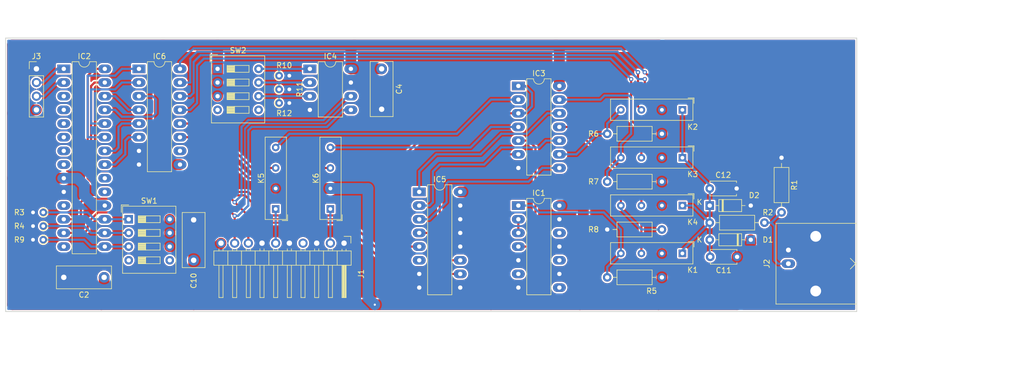
<source format=kicad_pcb>
(kicad_pcb (version 20211014) (generator pcbnew)
  (layers (0 "F.Cu" signal) (31 "B.Cu" signal) (35 "F.Paste" user) (37 "F.SilkS" user "F.Silkscreen") (38 "B.Mask" user) (39 "F.Mask" user) (44 "Edge.Cuts" user))
  (net 0 "")
  (net 1 "VCC")
  (net 2 "GND")
  (net 3 "/SDA")
  (net 4 "/SCL")
  (net 5 "Net-(J2-Pad1)")
  (net 6 "Net-(C11-Pad2)")
  (net 7 "Net-(IC1-Pad1)")
  (net 8 "Net-(IC1-Pad2)")
  (net 9 "Net-(IC3-Pad8)")
  (net 10 "Net-(IC3-Pad10)")
  (net 11 "Net-(IC3-Pad11)")
  (net 12 "Net-(IC3-Pad12)")
  (net 13 "Net-(IC3-Pad6)")
  (net 14 "Net-(IC3-Pad13)")
  (net 15 "Net-(IC6-Pad11)")
  (net 16 "Net-(IC6-Pad12)")
  (net 17 "Net-(IC6-Pad13)")
  (net 18 "Net-(IC6-Pad14)")
  (net 19 "Net-(IC6-Pad15)")
  (net 20 "Net-(IC6-Pad16)")
  (net 21 "Net-(IC3-Pad1)")
  (net 22 "Net-(IC3-Pad2)")
  (net 23 "Net-(IC3-Pad4)")
  (net 24 "/SEL_OPEN_EMMITTER")
  (net 25 "/SEL_OPEN_COLLECTOR")
  (net 26 "/SEL_CMOS")
  (net 27 "/SEL_TTL")
  (net 28 "Net-(IC2-Pad28)")
  (net 29 "Net-(IC2-Pad27)")
  (net 30 "Net-(IC2-Pad17)")
  (net 31 "Net-(IC2-Pad16)")
  (net 32 "Net-(IC2-Pad15)")
  (net 33 "Net-(IC3-Pad9)")
  (net 34 "Net-(IC1-Pad4)")
  (net 35 "/SEL_PERIOD")
  (net 36 "/SEL_FREQUENCY")
  (net 37 "Net-(IC4-Pad3)")
  (net 38 "Net-(IC4-Pad2)")
  (net 39 "Net-(IC4-Pad1)")
  (net 40 "/PERIOD")
  (net 41 "/FREQUENCY")
  (net 46 "/BUTTON")
  (net 47 "/LED")
  (footprint "Package_DIP:DIP-16_W7.62mm_LongPads" (layer "F.Cu") (at 120.015 71.755)
    (fp_text reference "IC5")
    (fp_text value "74HC151")
  )
  (footprint "Package_DIP:DIP-14_W7.62mm_LongPads" (layer "F.Cu") (at 138.43 74.295)
    (fp_text reference "IC1")
    (fp_text value "74LS14")
  )
  (footprint "Capacitor_THT:C_Disc_D4.7mm_W2.5mm_P5.00mm" (layer "F.Cu") (at 179.07 83.82 180)
    (fp_text reference "C11")
    (fp_text value "10pF")
  )
  (footprint "Capacitor_THT:C_Disc_D4.7mm_W2.5mm_P5.00mm" (layer "F.Cu") (at 173.99 71.12)
    (fp_text reference "C12")
    (fp_text value "10pF")
  )
  (footprint "Relay_THT:Relay_SPST_StandexMeder_MS_Form1AB" (layer "F.Cu") (at 168.91 56.515 180)
    (fp_text reference "K2")
    (fp_text value "UMS05-1A80-75D")
  )
  (footprint "Resistor_THT:R_Axial_DIN0207_L6.3mm_D2.5mm_P10.16mm_Horizontal" (layer "F.Cu") (at 154.94 60.96)
    (fp_text reference "R6")
    (fp_text value "10k")
  )
  (footprint "Relay_THT:Relay_SPST_StandexMeder_MS_Form1AB" (layer "F.Cu") (at 168.91 65.405 180)
    (fp_text reference "K3")
    (fp_text value "UMS05-1A80-75D")
  )
  (footprint "Resistor_THT:R_Axial_DIN0207_L6.3mm_D2.5mm_P10.16mm_Horizontal" (layer "F.Cu") (at 154.94 87.63)
    (fp_text reference "R5")
    (fp_text value "4,7k")
  )
  (footprint "Resistor_THT:R_Axial_DIN0207_L6.3mm_D2.5mm_P10.16mm_Horizontal" (layer "F.Cu") (at 154.94 78.74)
    (fp_text reference "R8")
    (fp_text value "4,7k")
  )
  (footprint "Resistor_THT:R_Axial_DIN0207_L6.3mm_D2.5mm_P10.16mm_Horizontal" (layer "F.Cu") (at 154.94 69.85)
    (fp_text reference "R7")
    (fp_text value "4,7k")
  )
  (footprint "Capacitor_THT:C_Rect_L10.0mm_W4.0mm_P7.50mm_FKS3_FKP3" (layer "F.Cu") (at 61.475 87.63 180)
    (fp_text reference "C2")
    (fp_text value "100nF")
  )
  (footprint "Relay_THT:Relay_SPST_StandexMeder_MS_Form1AB" (layer "F.Cu") (at 168.91 74.295 180)
    (fp_text reference "K4")
    (fp_text value "UMS05-1A80-75D")
  )
  (footprint "Relay_THT:Relay_SPST_StandexMeder_MS_Form1AB" (layer "F.Cu") (at 168.91 83.185 180)
    (fp_text reference "K1")
    (fp_text value "UMS05-1A80-75D")
  )
  (footprint "Resistor_THT:R_Axial_DIN0207_L6.3mm_D2.5mm_P10.16mm_Horizontal" (layer "F.Cu") (at 187.325 65.405 -90)
    (fp_text reference "R1")
    (fp_text value "1M")
  )
  (footprint "Resistor_THT:R_Axial_DIN0207_L6.3mm_D2.5mm_P10.16mm_Horizontal" (layer "F.Cu") (at 173.99 77.47)
    (fp_text reference "R2")
    (fp_text value "330")
  )
  (footprint "Diode_THT:D_DO-35_SOD27_P7.62mm_Horizontal" (layer "F.Cu") (at 173.99 74.295)
    (fp_text reference "D2")
    (fp_text value "BAT43")
  )
  (footprint "Diode_THT:D_DO-35_SOD27_P7.62mm_Horizontal" (layer "F.Cu") (at 181.61 80.645 180)
    (fp_text reference "D1")
    (fp_text value "BAT43")
  )
  (footprint "Package_DIP:DIP-14_W7.62mm_LongPads" (layer "F.Cu") (at 138.43 52.07)
    (fp_text reference "IC3")
    (fp_text value "74HC14")
  )
  (footprint "Package_DIP:DIP-28_W7.62mm_LongPads" (layer "F.Cu") (at 53.975 48.895)
    (fp_text reference "IC2")
    (fp_text value "MCP23017_SO")
  )
  (footprint "Connector_Coaxial:BNC_Amphenol_B6252HB-NPP3G-50_Horizontal" (layer "F.Cu") (at 188.595 85.09 -90)
    (fp_text reference "J2")
    (fp_text value "Conn_Coaxial")
  )
  (footprint "Capacitor_THT:C_Rect_L10.0mm_W4.0mm_P7.50mm_FKS3_FKP3" (layer "F.Cu") (at 78.105 84.455 90)
    (fp_text reference "C10")
    (fp_text value "100nF")
  )
  (footprint "Connector_PinHeader_2.54mm:PinHeader_1x10_P2.54mm_Horizontal" (layer "F.Cu") (at 106.045 81.28 -90)
    (fp_text reference "J1")
    (fp_text value "Conn_01x10_Male")
  )
  (footprint "Resistor_THT:R_Axial_DIN0204_L3.6mm_D1.6mm_P1.90mm_Vertical" (layer "F.Cu") (at 50.165 75.565 180)
    (fp_text reference "R3")
    (fp_text value "4,7k")
  )
  (footprint "Resistor_THT:R_Axial_DIN0204_L3.6mm_D1.6mm_P1.90mm_Vertical" (layer "F.Cu") (at 50.16 80.645 180)
    (fp_text reference "R9")
    (fp_text value "4,7k")
  )
  (footprint "Button_Switch_THT:SW_DIP_SPSTx04_Slide_9.78x12.34mm_W7.62mm_P2.54mm" (layer "F.Cu") (at 66.04 76.835)
    (fp_text reference "SW1")
    (fp_text value "SW_DIP_x04")
  )
  (footprint "Resistor_THT:R_Axial_DIN0204_L3.6mm_D1.6mm_P1.90mm_Vertical" (layer "F.Cu") (at 50.165 78.105 180)
    (fp_text reference "R4")
    (fp_text value "4,7k")
  )
  (footprint "Connector_PinHeader_2.54mm:PinHeader_1x04_P2.54mm_Vertical" (layer "F.Cu") (at 48.895 48.895)
    (fp_text reference "J3")
    (fp_text value "Conn_01x04_Male")
  )
  (footprint "Resistor_THT:R_Axial_DIN0204_L3.6mm_D1.6mm_P1.90mm_Vertical" (layer "F.Cu") (at 93.98 55.245)
    (fp_text reference "R12")
    (fp_text value "4,7k")
  )
  (footprint "Package_DIP:DIP-16_W7.62mm_LongPads" (layer "F.Cu") (at 67.945 48.895)
    (fp_text reference "IC6")
    (fp_text value "ULN2003")
  )
  (footprint "Relay_THT:Relay_SPST_StandexMeder_MS_Form1AB" (layer "F.Cu") (at 93.345 74.93 90)
    (fp_text reference "K5")
    (fp_text value "UMS05-1A80-75D")
  )
  (footprint "Relay_THT:Relay_SPST_StandexMeder_MS_Form1AB" (layer "F.Cu") (at 103.505 74.93 90)
    (fp_text reference "K6")
    (fp_text value "UMS05-1A80-75D")
  )
  (footprint "Package_DIP:DIP-8_W7.62mm_LongPads" (layer "F.Cu") (at 99.695 48.895)
    (fp_text reference "IC4")
    (fp_text value "24LC256")
  )
  (footprint "Resistor_THT:R_Axial_DIN0204_L3.6mm_D1.6mm_P1.90mm_Vertical" (layer "F.Cu") (at 93.98 50.165)
    (fp_text reference "R10")
    (fp_text value "4,7k")
  )
  (footprint "Button_Switch_THT:SW_DIP_SPSTx04_Slide_9.78x12.34mm_W7.62mm_P2.54mm" (layer "F.Cu") (at 82.55 48.895)
    (fp_text reference "SW2")
    (fp_text value "SW_DIP_x04")
  )
  (footprint "Capacitor_THT:C_Rect_L10.0mm_W4.0mm_P7.50mm_FKS3_FKP3" (layer "F.Cu") (at 113.03 48.895 -90)
    (fp_text reference "C4")
    (fp_text value "100nF")
  )
  (footprint "Resistor_THT:R_Axial_DIN0204_L3.6mm_D1.6mm_P1.90mm_Vertical" (layer "F.Cu") (at 93.98 52.705)
    (fp_text reference "R11")
    (fp_text value "4,7k")
  )
  (gr_line (start 43.18 93.98) (end 43.18 43.18) (layer "Edge.Cuts") (width 0.15))
  (gr_line (start 43.18 43.18) (end 201.295 43.18) (layer "Edge.Cuts") (width 0.15))
  (gr_line (start 201.295 93.98) (end 43.18 93.98) (layer "Edge.Cuts") (width 0.15))
  (gr_line (start 201.295 43.18) (end 201.295 93.98) (layer "Edge.Cuts") (width 0.15))
  (segment (start 133.35 92.71) (end 149.86 92.71) (width 2) (layer "F.Cu") (net 1))
  (segment (start 71.755 66.675) (end 71.755 45.085) (width 2) (layer "F.Cu") (net 1))
  (segment (start 61.475 92.195) (end 60.96 92.71) (width 2) (layer "F.Cu") (net 1))
  (segment (start 73.66 81.915) (end 73.66 79.375) (width 2) (layer "F.Cu") (net 1))
  (segment (start 150.495 74.295) (end 150.495 92.075) (width 2) (layer "F.Cu") (net 1))
  (segment (start 44.45 44.45) (end 72.39 44.45) (width 2) (layer "F.Cu") (net 1))
  (segment (start 113.03 48.895) (end 107.315 48.895) (width 2) (layer "F.Cu") (net 1))
  (segment (start 150.495 92.075) (end 149.86 92.71) (width 2) (layer "F.Cu") (net 1))
  (segment (start 145.415 44.45) (end 164.465 44.45) (width 2) (layer "F.Cu") (net 1))
  (segment (start 107.95 44.45) (end 145.415 44.45) (width 2) (layer "F.Cu") (net 1))
  (segment (start 72.39 44.45) (end 82.55 44.45) (width 2) (layer "F.Cu") (net 1))
  (segment (start 76.835 81.915) (end 73.66 81.915) (width 2) (layer "F.Cu") (net 1))
  (segment (start 71.755 45.085) (end 72.39 44.45) (width 2) (layer "F.Cu") (net 1))
  (segment (start 82.55 48.895) (end 82.55 44.45) (width 2) (layer "F.Cu") (net 1))
  (segment (start 165.1 69.85) (end 165.1 74.295) (width 2) (layer "F.Cu") (net 1))
  (segment (start 165.1 87.63) (end 165.1 83.185) (width 2) (layer "F.Cu") (net 1))
  (segment (start 82.55 51.435) (end 82.55 48.895) (width 2) (layer "F.Cu") (net 1))
  (segment (start 44.45 57.15) (end 44.45 44.45) (width 2) (layer "F.Cu") (net 1))
  (segment (start 164.465 92.71) (end 179.07 92.71) (width 2) (layer "F.Cu") (net 1))
  (segment (start 146.05 74.295) (end 150.495 74.295) (width 2) (layer "F.Cu") (net 1))
  (segment (start 107.315 45.085) (end 107.95 44.45) (width 2) (layer "F.Cu") (net 1))
  (segment (start 80.01 84.455) (end 83.185 81.28) (width 2) (layer "F.Cu") (net 1))
  (segment (start 132.715 71.755) (end 132.715 92.075) (width 2) (layer "F.Cu") (net 1))
  (segment (start 78.105 92.71) (end 60.96 92.71) (width 2) (layer "F.Cu") (net 1))
  (segment (start 111.76 92.71) (end 133.35 92.71) (width 2) (layer "F.Cu") (net 1))
  (segment (start 82.55 44.45) (end 107.95 44.45) (width 2) (layer "F.Cu") (net 1))
  (segment (start 165.1 60.96) (end 165.1 56.515) (width 2) (layer "F.Cu") (net 1))
  (segment (start 127.635 71.755) (end 132.715 71.755) (width 2) (layer "F.Cu") (net 1))
  (segment (start 78.105 92.71) (end 111.76 92.71) (width 2) (layer "F.Cu") (net 1))
  (segment (start 165.1 92.075) (end 164.465 92.71) (width 2) (layer "F.Cu") (net 1))
  (segment (start 82.55 53.975) (end 82.55 51.435) (width 2) (layer "F.Cu") (net 1))
  (segment (start 132.715 92.075) (end 133.35 92.71) (width 2) (layer "F.Cu") (net 1))
  (segment (start 165.1 69.85) (end 165.1 65.405) (width 2) (layer "F.Cu") (net 1))
  (segment (start 60.96 92.71) (end 44.45 92.71) (width 2) (layer "F.Cu") (net 1))
  (segment (start 165.1 65.405) (end 165.1 60.96) (width 2) (layer "F.Cu") (net 1))
  (segment (start 165.1 56.515) (end 165.1 45.085) (width 2) (layer "F.Cu") (net 1))
  (segment (start 48.895 56.515) (end 45.085 56.515) (width 2) (layer "F.Cu") (net 1))
  (segment (start 78.105 84.455) (end 78.105 83.185) (width 2) (layer "F.Cu") (net 1))
  (segment (start 45.085 56.515) (end 44.45 57.15) (width 2) (layer "F.Cu") (net 1))
  (segment (start 146.05 45.085) (end 145.415 44.45) (width 2) (layer "F.Cu") (net 1))
  (segment (start 44.45 92.71) (end 44.45 69.215) (width 2) (layer "F.Cu") (net 1))
  (segment (start 53.975 69.215) (end 44.45 69.215) (width 2) (layer "F.Cu") (net 1))
  (segment (start 75.565 66.675) (end 71.755 66.675) (width 2) (layer "F.Cu") (net 1))
  (segment (start 78.105 84.455) (end 80.01 84.455) (width 2) (layer "F.Cu") (net 1))
  (segment (start 107.315 48.895) (end 107.315 45.085) (width 2) (layer "F.Cu") (net 1))
  (segment (start 61.475 87.63) (end 61.475 92.195) (width 2) (layer "F.Cu") (net 1))
  (segment (start 44.45 69.215) (end 44.45 57.15) (width 2) (layer "F.Cu") (net 1))
  (segment (start 93.345 71.12) (end 103.505 71.12) (width 2) (layer "F.Cu") (net 1))
  (segment (start 146.05 52.07) (end 146.05 45.085) (width 2) (layer "F.Cu") (net 1))
  (segment (start 78.105 83.185) (end 76.835 81.915) (width 2) (layer "F.Cu") (net 1))
  (segment (start 179.07 92.71) (end 179.07 83.82) (width 2) (layer "F.Cu") (net 1))
  (segment (start 78.105 84.455) (end 78.105 92.71) (width 2) (layer "F.Cu") (net 1))
  (segment (start 165.1 87.63) (end 165.1 92.075) (width 2) (layer "F.Cu") (net 1))
  (segment (start 149.86 92.71) (end 164.465 92.71) (width 2) (layer "F.Cu") (net 1))
  (segment (start 181.61 81.28) (end 179.07 83.82) (width 2) (layer "F.Cu") (net 1))
  (segment (start 73.66 79.375) (end 73.66 76.835) (width 2) (layer "F.Cu") (net 1))
  (segment (start 165.1 45.085) (end 164.465 44.45) (width 2) (layer "F.Cu") (net 1))
  (segment (start 181.61 80.645) (end 181.61 81.28) (width 2) (layer "F.Cu") (net 1))
  (via (at 111.76 92.71) (size 0.8) (drill 0.4) (layers "F.Cu" "B.Cu") (net 1))
  (segment (start 61.595 74.295) (end 59.69 74.295) (width 2) (layer "B.Cu") (net 1))
  (segment (start 57.785 70.485) (end 56.515 69.215) (width 2) (layer "B.Cu") (net 1))
  (segment (start 103.505 71.12) (end 110.49 71.12) (width 2) (layer "B.Cu") (net 1))
  (segment (start 59.69 74.295) (end 57.785 72.39) (width 2) (layer "B.Cu") (net 1))
  (segment (start 56.515 69.215) (end 53.975 69.215) (width 2) (layer "B.Cu") (net 1))
  (segment (start 57.785 72.39) (end 57.785 70.485) (width 2) (layer "B.Cu") (net 1))
  (segment (start 110.49 91.44) (end 111.76 92.71) (width 2) (layer "B.Cu") (net 1))
  (segment (start 103.505 71.12) (end 109.22 71.12) (width 2) (layer "B.Cu") (net 1))
  (segment (start 110.49 71.12) (end 110.49 91.44) (width 2) (layer "B.Cu") (net 1))
  (segment (start 95.88 50.165) (end 95.88 52.705) (width 1) (layer "F.Cu") (net 2))
  (segment (start 95.88 52.705) (end 95.88 55.245) (width 1) (layer "F.Cu") (net 2))
  (segment (start 58.42 77.47) (end 58.42 78.74) (width 0.4) (layer "F.Cu") (net 3))
  (segment (start 60.325 75.565) (end 58.42 77.47) (width 0.4) (layer "F.Cu") (net 3))
  (segment (start 64.135 75.565) (end 60.325 75.565) (width 0.4) (layer "F.Cu") (net 3))
  (segment (start 66.04 73.66) (end 64.135 75.565) (width 0.4) (layer "F.Cu") (net 3))
  (segment (start 57.785 79.375) (end 53.975 79.375) (width 0.4) (layer "F.Cu") (net 3))
  (segment (start 83.185 73.66) (end 66.04 73.66) (width 0.4) (layer "F.Cu") (net 3))
  (segment (start 85.725 76.2) (end 83.185 73.66) (width 0.4) (layer "F.Cu") (net 3))
  (segment (start 85.725 81.28) (end 85.725 76.2) (width 0.4) (layer "F.Cu") (net 3))
  (segment (start 58.42 78.74) (end 57.785 79.375) (width 0.4) (layer "F.Cu") (net 3))
  (via (at 85.725 76.2) (size 0.8) (drill 0.4) (layers "F.Cu" "B.Cu") (net 3))
  (segment (start 102.87 59.69) (end 106.045 56.515) (width 0.4) (layer "B.Cu") (net 3))
  (segment (start 86.36 76.2) (end 88.265 74.295) (width 0.4) (layer "B.Cu") (net 3))
  (segment (start 88.9 59.69) (end 102.87 59.69) (width 0.4) (layer "B.Cu") (net 3))
  (segment (start 106.045 56.515) (end 107.315 56.515) (width 0.4) (layer "B.Cu") (net 3))
  (segment (start 88.265 60.325) (end 88.9 59.69) (width 0.4) (layer "B.Cu") (net 3))
  (segment (start 85.725 76.2) (end 86.36 76.2) (width 0.4) (layer "B.Cu") (net 3))
  (segment (start 88.265 74.295) (end 88.265 60.325) (width 0.4) (layer "B.Cu") (net 3))
  (segment (start 85.725 73.66) (end 88.265 76.2) (width 0.4) (layer "F.Cu") (net 4))
  (segment (start 88.265 76.2) (end 88.265 81.28) (width 0.4) (layer "F.Cu") (net 4))
  (segment (start 56.515 76.835) (end 53.975 76.835) (width 0.4) (layer "F.Cu") (net 4))
  (segment (start 57.15 76.2) (end 56.515 76.835) (width 0.4) (layer "F.Cu") (net 4))
  (segment (start 85.09 73.025) (end 57.785 73.025) (width 0.4) (layer "F.Cu") (net 4))
  (segment (start 57.785 73.025) (end 57.15 73.66) (width 0.4) (layer "F.Cu") (net 4))
  (segment (start 85.725 73.66) (end 85.09 73.025) (width 0.4) (layer "F.Cu") (net 4))
  (segment (start 57.15 73.66) (end 57.15 76.2) (width 0.4) (layer "F.Cu") (net 4))
  (via (at 85.725 73.66) (size 0.8) (drill 0.4) (layers "F.Cu" "B.Cu") (net 4))
  (segment (start 106.68 53.975) (end 107.315 53.975) (width 0.4) (layer "B.Cu") (net 4))
  (segment (start 85.725 73.66) (end 86.995 72.39) (width 0.4) (layer "B.Cu") (net 4))
  (segment (start 86.995 72.39) (end 86.995 59.69) (width 0.4) (layer "B.Cu") (net 4))
  (segment (start 102.235 58.42) (end 106.68 53.975) (width 0.4) (layer "B.Cu") (net 4))
  (segment (start 88.265 58.42) (end 102.235 58.42) (width 0.4) (layer "B.Cu") (net 4))
  (segment (start 86.995 59.69) (end 88.265 58.42) (width 0.4) (layer "B.Cu") (net 4))
  (segment (start 186.055 78.105) (end 185.42 77.47) (width 0.4) (layer "B.Cu") (net 5))
  (segment (start 186.055 84.455) (end 186.055 78.105) (width 0.4) (layer "B.Cu") (net 5))
  (segment (start 185.42 77.47) (end 187.325 75.565) (width 0.4) (layer "B.Cu") (net 5))
  (segment (start 184.15 77.47) (end 185.42 77.47) (width 0.4) (layer "B.Cu") (net 5))
  (segment (start 188.595 85.09) (end 186.69 85.09) (width 0.4) (layer "B.Cu") (net 5))
  (segment (start 186.69 85.09) (end 186.055 84.455) (width 0.4) (layer "B.Cu") (net 5))
  (segment (start 173.99 70.485) (end 168.91 65.405) (width 0.4) (layer "B.Cu") (net 6))
  (segment (start 173.99 71.12) (end 173.99 70.485) (width 0.4) (layer "B.Cu") (net 6))
  (segment (start 168.91 56.515) (end 168.91 65.405) (width 0.4) (layer "B.Cu") (net 6))
  (segment (start 173.99 80.645) (end 173.99 83.74) (width 0.4) (layer "B.Cu") (net 6))
  (segment (start 173.99 83.74) (end 174.07 83.82) (width 0.4) (layer "B.Cu") (net 6))
  (segment (start 173.99 77.47) (end 173.99 80.645) (width 0.4) (layer "B.Cu") (net 6))
  (segment (start 173.99 71.12) (end 173.99 74.295) (width 0.4) (layer "B.Cu") (net 6))
  (segment (start 173.99 74.295) (end 173.99 77.47) (width 0.4) (layer "B.Cu") (net 6))
  (segment (start 170.815 74.295) (end 173.99 77.47) (width 0.4) (layer "B.Cu") (net 6))
  (segment (start 168.91 74.295) (end 170.815 74.295) (width 0.4) (layer "B.Cu") (net 6))
  (segment (start 168.91 82.55) (end 173.99 77.47) (width 0.4) (layer "B.Cu") (net 6))
  (segment (start 168.91 83.185) (end 168.91 82.55) (width 0.4) (layer "B.Cu") (net 6))
  (segment (start 154.94 85.725) (end 157.48 83.185) (width 0.4) (layer "B.Cu") (net 7))
  (segment (start 154.94 87.63) (end 154.94 85.725) (width 0.4) (layer "B.Cu") (net 7))
  (segment (start 149.225 75.565) (end 154.305 75.565) (width 0.4) (layer "B.Cu") (net 7))
  (segment (start 149.225 75.565) (end 142.24 75.565) (width 0.4) (layer "B.Cu") (net 7))
  (segment (start 140.97 74.295) (end 138.43 74.295) (width 0.4) (layer "B.Cu") (net 7))
  (segment (start 142.24 75.565) (end 140.97 74.295) (width 0.4) (layer "B.Cu") (net 7))
  (segment (start 157.48 83.185) (end 157.48 78.74) (width 0.4) (layer "B.Cu") (net 7))
  (segment (start 157.48 78.74) (end 154.94 76.2) (width 0.4) (layer "B.Cu") (net 7))
  (segment (start 154.94 76.2) (end 154.305 75.565) (width 0.4) (layer "B.Cu") (net 7))
  (segment (start 138.43 76.835) (end 138.43 79.375) (width 0.4) (layer "F.Cu") (net 8))
  (segment (start 125.4125 69.85) (end 125.095 70.1675) (width 0.4) (layer "B.Cu") (net 9))
  (segment (start 125.095 73.66) (end 121.92 76.835) (width 0.4) (layer "B.Cu") (net 9))
  (segment (start 140.335 69.85) (end 125.4125 69.85) (width 0.4) (layer "B.Cu") (net 9))
  (segment (start 142.875 67.31) (end 140.335 69.85) (width 0.4) (layer "B.Cu") (net 9))
  (segment (start 125.095 70.1675) (end 125.095 73.66) (width 0.4) (layer "B.Cu") (net 9))
  (segment (start 146.05 67.31) (end 142.875 67.31) (width 0.4) (layer "B.Cu") (net 9))
  (segment (start 121.92 76.835) (end 120.015 76.835) (width 0.4) (layer "B.Cu") (net 9))
  (segment (start 121.92 74.295) (end 120.015 74.295) (width 0.4) (layer "B.Cu") (net 10))
  (segment (start 122.555 67.945) (end 122.555 73.66) (width 0.4) (layer "B.Cu") (net 10))
  (segment (start 142.24 63.5) (end 135.255 63.5) (width 0.4) (layer "B.Cu") (net 10))
  (segment (start 146.05 62.23) (end 143.51 62.23) (width 0.4) (layer "B.Cu") (net 10))
  (segment (start 122.555 73.66) (end 121.92 74.295) (width 0.4) (layer "B.Cu") (net 10))
  (segment (start 135.255 63.5) (end 132.08 66.675) (width 0.4) (layer "B.Cu") (net 10))
  (segment (start 123.825 66.675) (end 122.555 67.945) (width 0.4) (layer "B.Cu") (net 10))
  (segment (start 143.51 62.23) (end 142.24 63.5) (width 0.4) (layer "B.Cu") (net 10))
  (segment (start 132.08 66.675) (end 123.825 66.675) (width 0.4) (layer "B.Cu") (net 10))
  (segment (start 146.05 59.69) (end 148.59 59.69) (width 0.4) (layer "F.Cu") (net 11))
  (segment (start 148.59 59.69) (end 157.48 68.58) (width 0.4) (layer "F.Cu") (net 11))
  (segment (start 157.48 68.58) (end 157.48 74.295) (width 0.4) (layer "F.Cu") (net 11))
  (segment (start 157.48 74.93) (end 157.48 74.295) (width 0.4) (layer "B.Cu") (net 11))
  (segment (start 161.29 78.74) (end 157.48 74.93) (width 0.4) (layer "B.Cu") (net 11))
  (segment (start 165.1 78.74) (end 161.29 78.74) (width 0.4) (layer "B.Cu") (net 11))
  (segment (start 131.445 64.77) (end 135.255 60.96) (width 0.4) (layer "B.Cu") (net 12))
  (segment (start 135.255 60.96) (end 140.0175 60.96) (width 0.4) (layer "B.Cu") (net 12))
  (segment (start 143.8275 57.15) (end 146.05 57.15) (width 0.4) (layer "B.Cu") (net 12))
  (segment (start 120.015 67.945) (end 123.19 64.77) (width 0.4) (layer "B.Cu") (net 12))
  (segment (start 140.0175 60.96) (end 143.8275 57.15) (width 0.4) (layer "B.Cu") (net 12))
  (segment (start 120.015 71.755) (end 120.015 67.945) (width 0.4) (layer "B.Cu") (net 12))
  (segment (start 123.19 64.77) (end 131.445 64.77) (width 0.4) (layer "B.Cu") (net 12))
  (segment (start 136.525 64.77) (end 133.35 67.945) (width 0.4) (layer "F.Cu") (net 13))
  (segment (start 138.43 64.77) (end 136.525 64.77) (width 0.4) (layer "F.Cu") (net 13))
  (segment (start 125.095 67.945) (end 123.825 69.215) (width 0.4) (layer "F.Cu") (net 13))
  (segment (start 133.35 67.945) (end 125.095 67.945) (width 0.4) (layer "F.Cu") (net 13))
  (segment (start 123.825 77.47) (end 121.92 79.375) (width 0.4) (layer "F.Cu") (net 13))
  (segment (start 121.92 79.375) (end 120.015 79.375) (width 0.4) (layer "F.Cu") (net 13))
  (segment (start 123.825 69.215) (end 123.825 77.47) (width 0.4) (layer "F.Cu") (net 13))
  (segment (start 154.94 69.85) (end 154.94 67.945) (width 0.4) (layer "B.Cu") (net 14))
  (segment (start 154.94 67.945) (end 157.48 65.405) (width 0.4) (layer "B.Cu") (net 14))
  (segment (start 159.385 54.229) (end 159.004 53.848) (width 0.4) (layer "B.Cu") (net 14))
  (segment (start 154.432 53.848) (end 153.67 54.61) (width 0.4) (layer "B.Cu") (net 14))
  (segment (start 151.765 54.61) (end 146.05 54.61) (width 0.4) (layer "B.Cu") (net 14))
  (segment (start 157.48 65.405) (end 157.48 62.865) (width 0.4) (layer "B.Cu") (net 14))
  (segment (start 159.385 60.96) (end 159.385 54.229) (width 0.4) (layer "B.Cu") (net 14))
  (segment (start 157.48 62.865) (end 159.385 60.96) (width 0.4) (layer "B.Cu") (net 14))
  (segment (start 159.004 53.848) (end 154.432 53.848) (width 0.4) (layer "B.Cu") (net 14))
  (segment (start 153.67 54.61) (end 151.765 54.61) (width 0.4) (layer "B.Cu") (net 14))
  (segment (start 103.505 67.31) (end 99.695 67.31) (width 0.4) (layer "F.Cu") (net 15))
  (segment (start 88.265 69.215) (end 80.645 61.595) (width 0.4) (layer "F.Cu") (net 15))
  (segment (start 99.695 67.31) (end 97.79 69.215) (width 0.4) (layer "F.Cu") (net 15))
  (segment (start 97.79 69.215) (end 88.265 69.215) (width 0.4) (layer "F.Cu") (net 15))
  (segment (start 80.645 61.595) (end 75.565 61.595) (width 0.4) (layer "F.Cu") (net 15))
  (segment (start 88.9 67.31) (end 80.645 59.055) (width 0.4) (layer "F.Cu") (net 16))
  (segment (start 80.645 59.055) (end 75.565 59.055) (width 0.4) (layer "F.Cu") (net 16))
  (segment (start 93.345 67.31) (end 88.9 67.31) (width 0.4) (layer "F.Cu") (net 16))
  (segment (start 161.29 60.325) (end 161.29 65.405) (width 0.4) (layer "F.Cu") (net 17))
  (segment (start 159.385 58.42) (end 161.29 60.325) (width 0.4) (layer "F.Cu") (net 17))
  (segment (start 159.385 50.8) (end 159.385 58.42) (width 0.4) (layer "F.Cu") (net 17))
  (via (at 159.385 50.8) (size 0.8) (drill 0.4) (layers "F.Cu" "B.Cu") (net 17))
  (segment (start 80.01 46.99) (end 78.74 48.26) (width 0.4) (layer "B.Cu") (net 17))
  (segment (start 78.74 55.245) (end 77.47 56.515) (width 0.4) (layer "B.Cu") (net 17))
  (segment (start 159.385 50.8) (end 155.575 46.99) (width 0.4) (layer "B.Cu") (net 17))
  (segment (start 78.74 48.26) (end 78.74 55.245) (width 0.4) (layer "B.Cu") (net 17))
  (segment (start 155.575 46.99) (end 80.01 46.99) (width 0.4) (layer "B.Cu") (net 17))
  (segment (start 77.47 56.515) (end 75.565 56.515) (width 0.4) (layer "B.Cu") (net 17))
  (segment (start 161.925 53.975) (end 162.56 54.61) (width 0.4) (layer "F.Cu") (net 18))
  (segment (start 161.925 50.8) (end 161.925 53.975) (width 0.4) (layer "F.Cu") (net 18))
  (segment (start 161.29 68.58) (end 161.29 74.295) (width 0.4) (layer "F.Cu") (net 18))
  (segment (start 162.56 67.31) (end 161.29 68.58) (width 0.4) (layer "F.Cu") (net 18))
  (segment (start 162.56 54.61) (end 162.56 67.31) (width 0.4) (layer "F.Cu") (net 18))
  (via (at 161.925 50.8) (size 0.8) (drill 0.4) (layers "F.Cu" "B.Cu") (net 18))
  (segment (start 79.375 46.355) (end 78.105 47.625) (width 0.4) (layer "B.Cu") (net 18))
  (segment (start 160.655 50.8) (end 156.21 46.355) (width 0.4) (layer "B.Cu") (net 18))
  (segment (start 78.105 53.34) (end 77.47 53.975) (width 0.4) (layer "B.Cu") (net 18))
  (segment (start 161.925 50.8) (end 160.655 50.8) (width 0.4) (layer "B.Cu") (net 18))
  (segment (start 77.47 53.975) (end 75.565 53.975) (width 0.4) (layer "B.Cu") (net 18))
  (segment (start 156.21 46.355) (end 79.375 46.355) (width 0.4) (layer "B.Cu") (net 18))
  (segment (start 78.105 47.625) (end 78.105 53.34) (width 0.4) (layer "B.Cu") (net 18))
  (segment (start 160.655 49.53) (end 160.655 55.88) (width 0.4) (layer "F.Cu") (net 19))
  (segment (start 160.655 55.88) (end 161.29 56.515) (width 0.4) (layer "F.Cu") (net 19))
  (via (at 160.655 49.53) (size 0.8) (drill 0.4) (layers "F.Cu" "B.Cu") (net 19))
  (segment (start 77.47 46.99) (end 77.47 51.435) (width 0.4) (layer "B.Cu") (net 19))
  (segment (start 156.845 45.72) (end 78.74 45.72) (width 0.4) (layer "B.Cu") (net 19))
  (segment (start 77.47 51.435) (end 75.565 51.435) (width 0.4) (layer "B.Cu") (net 19))
  (segment (start 78.74 45.72) (end 77.47 46.99) (width 0.4) (layer "B.Cu") (net 19))
  (segment (start 160.655 49.53) (end 156.845 45.72) (width 0.4) (layer "B.Cu") (net 19))
  (segment (start 161.29 76.2) (end 161.29 83.185) (width 0.4) (layer "F.Cu") (net 20))
  (segment (start 161.925 49.53) (end 163.195 50.8) (width 0.4) (layer "F.Cu") (net 20))
  (segment (start 163.195 50.8) (end 163.195 74.295) (width 0.4) (layer "F.Cu") (net 20))
  (segment (start 163.195 74.295) (end 161.29 76.2) (width 0.4) (layer "F.Cu") (net 20))
  (via (at 161.925 49.53) (size 0.8) (drill 0.4) (layers "F.Cu" "B.Cu") (net 20))
  (segment (start 78.105 45.085) (end 75.565 47.625) (width 0.4) (layer "B.Cu") (net 20))
  (segment (start 161.925 49.53) (end 157.48 45.085) (width 0.4) (layer "B.Cu") (net 20))
  (segment (start 75.565 47.625) (end 75.565 48.895) (width 0.4) (layer "B.Cu") (net 20))
  (segment (start 157.48 45.085) (end 78.105 45.085) (width 0.4) (layer "B.Cu") (net 20))
  (segment (start 116.84 80.34) (end 118.415 81.915) (width 0.4) (layer "F.Cu") (net 21))
  (segment (start 118.415 81.915) (end 120.015 81.915) (width 0.4) (layer "F.Cu") (net 21))
  (segment (start 138.43 57.15) (end 133.50875 57.15) (width 0.4) (layer "F.Cu") (net 21))
  (segment (start 128.42875 62.23) (end 120.015 62.23) (width 0.4) (layer "F.Cu") (net 21))
  (segment (start 133.50875 57.15) (end 128.42875 62.23) (width 0.4) (layer "F.Cu") (net 21))
  (segment (start 116.84 65.405) (end 116.84 80.34) (width 0.4) (layer "F.Cu") (net 21))
  (segment (start 120.015 62.23) (end 116.84 65.405) (width 0.4) (layer "F.Cu") (net 21))
  (segment (start 140.97 55.88) (end 140.97 53.34) (width 0.4) (layer "B.Cu") (net 21))
  (segment (start 140.97 53.34) (end 139.7 52.07) (width 0.4) (layer "B.Cu") (net 21))
  (segment (start 139.7 52.07) (end 138.43 52.07) (width 0.4) (layer "B.Cu") (net 21))
  (segment (start 138.43 57.15) (end 139.7 57.15) (width 0.4) (layer "B.Cu") (net 21))
  (segment (start 139.7 57.15) (end 140.97 55.88) (width 0.4) (layer "B.Cu") (net 21))
  (segment (start 95.885 60.96) (end 93.345 63.5) (width 0.4) (layer "B.Cu") (net 22))
  (segment (start 127 60.96) (end 95.885 60.96) (width 0.4) (layer "B.Cu") (net 22))
  (segment (start 138.43 54.61) (end 133.35 54.61) (width 0.4) (layer "B.Cu") (net 22))
  (segment (start 133.35 54.61) (end 127 60.96) (width 0.4) (layer "B.Cu") (net 22))
  (segment (start 133.35 59.69) (end 129.54 63.5) (width 0.4) (layer "B.Cu") (net 23))
  (segment (start 138.43 59.69) (end 133.35 59.69) (width 0.4) (layer "B.Cu") (net 23))
  (segment (start 129.54 63.5) (end 103.505 63.5) (width 0.4) (layer "B.Cu") (net 23))
  (segment (start 70.485 53.975) (end 67.945 53.975) (width 0.4) (layer "B.Cu") (net 24))
  (segment (start 70.485 57.785) (end 71.12 57.15) (width 0.4) (layer "B.Cu") (net 24))
  (segment (start 61.595 56.515) (end 63.5 56.515) (width 0.4) (layer "B.Cu") (net 24))
  (segment (start 71.12 54.61) (end 70.485 53.975) (width 0.4) (layer "B.Cu") (net 24))
  (segment (start 71.12 57.15) (end 71.12 54.61) (width 0.4) (layer "B.Cu") (net 24))
  (segment (start 63.5 56.515) (end 64.77 57.785) (width 0.4) (layer "B.Cu") (net 24))
  (segment (start 64.77 57.785) (end 70.485 57.785) (width 0.4) (layer "B.Cu") (net 24))
  (segment (start 66.04 56.515) (end 63.5 53.975) (width 0.4) (layer "B.Cu") (net 25))
  (segment (start 63.5 53.975) (end 61.595 53.975) (width 0.4) (layer "B.Cu") (net 25))
  (segment (start 66.04 56.515) (end 67.945 56.515) (width 0.4) (layer "B.Cu") (net 25))
  (segment (start 64.77 51.435) (end 67.945 51.435) (width 0.4) (layer "B.Cu") (net 26))
  (segment (start 61.595 59.055) (end 59.055 59.055) (width 0.4) (layer "B.Cu") (net 26))
  (segment (start 59.055 59.055) (end 59.055 52.705) (width 0.4) (layer "B.Cu") (net 26))
  (segment (start 63.5 52.705) (end 64.77 51.435) (width 0.4) (layer "B.Cu") (net 26))
  (segment (start 59.055 52.705) (end 63.5 52.705) (width 0.4) (layer "B.Cu") (net 26))
  (segment (start 63.5 50.165) (end 64.77 48.895) (width 0.4) (layer "B.Cu") (net 27))
  (segment (start 58.42 61.595) (end 58.42 50.165) (width 0.4) (layer "B.Cu") (net 27))
  (segment (start 58.42 50.165) (end 63.5 50.165) (width 0.4) (layer "B.Cu") (net 27))
  (segment (start 64.77 48.895) (end 67.945 48.895) (width 0.4) (layer "B.Cu") (net 27))
  (segment (start 61.595 61.595) (end 58.42 61.595) (width 0.4) (layer "B.Cu") (net 27))
  (segment (start 124.46 88.265) (end 116.84 88.265) (width 0.4) (layer "F.Cu") (net 28))
  (segment (start 88.9 73.66) (end 87.63 72.39) (width 0.4) (layer "F.Cu") (net 28))
  (segment (start 88.9 75.565) (end 88.9 73.66) (width 0.4) (layer "F.Cu") (net 28))
  (segment (start 59.69 48.895) (end 61.595 48.895) (width 0.4) (layer "F.Cu") (net 28))
  (segment (start 63.5 70.485) (end 59.69 70.485) (width 0.4) (layer "F.Cu") (net 28))
  (segment (start 106.045 77.47) (end 90.805 77.47) (width 0.4) (layer "F.Cu") (net 28))
  (segment (start 125.73 86.995) (end 124.46 88.265) (width 0.4) (layer "F.Cu") (net 28))
  (segment (start 90.805 77.47) (end 88.9 75.565) (width 0.4) (layer "F.Cu") (net 28))
  (segment (start 116.84 88.265) (end 106.045 77.47) (width 0.4) (layer "F.Cu") (net 28))
  (segment (start 87.63 72.39) (end 65.405 72.39) (width 0.4) (layer "F.Cu") (net 28))
  (segment (start 127.635 86.995) (end 125.73 86.995) (width 0.4) (layer "F.Cu") (net 28))
  (segment (start 58.42 50.165) (end 59.69 48.895) (width 0.4) (layer "F.Cu") (net 28))
  (segment (start 58.42 69.215) (end 58.42 50.165) (width 0.4) (layer "F.Cu") (net 28))
  (segment (start 65.405 72.39) (end 63.5 70.485) (width 0.4) (layer "F.Cu") (net 28))
  (segment (start 59.69 70.485) (end 58.42 69.215) (width 0.4) (layer "F.Cu") (net 28))
  (segment (start 91.44 76.835) (end 89.535 74.93) (width 0.4) (layer "F.Cu") (net 29))
  (segment (start 67.31 71.755) (end 63.5 67.945) (width 0.4) (layer "F.Cu") (net 29))
  (segment (start 59.69 51.435) (end 61.595 51.435) (width 0.4) (layer "F.Cu") (net 29))
  (segment (start 115.57 85.725) (end 106.68 76.835) (width 0.4) (layer "F.Cu") (net 29))
  (segment (start 89.535 74.93) (end 89.535 73.025) (width 0.4) (layer "F.Cu") (net 29))
  (segment (start 125.73 84.455) (end 124.46 85.725) (width 0.4) (layer "F.Cu") (net 29))
  (segment (start 59.055 67.31) (end 59.055 52.07) (width 0.4) (layer "F.Cu") (net 29))
  (segment (start 88.265 71.755) (end 67.31 71.755) (width 0.4) (layer "F.Cu") (net 29))
  (segment (start 59.69 67.945) (end 59.055 67.31) (width 0.4) (layer "F.Cu") (net 29))
  (segment (start 63.5 67.945) (end 59.69 67.945) (width 0.4) (layer "F.Cu") (net 29))
  (segment (start 124.46 85.725) (end 115.57 85.725) (width 0.4) (layer "F.Cu") (net 29))
  (segment (start 127.635 84.455) (end 125.73 84.455) (width 0.4) (layer "F.Cu") (net 29))
  (segment (start 59.055 52.07) (end 59.69 51.435) (width 0.4) (layer "F.Cu") (net 29))
  (segment (start 106.68 76.835) (end 91.44 76.835) (width 0.4) (layer "F.Cu") (net 29))
  (segment (start 89.535 73.025) (end 88.265 71.755) (width 0.4) (layer "F.Cu") (net 29))
  (segment (start 58.42 75.565) (end 50.165 75.565) (width 0.4) (layer "B.Cu") (net 30))
  (segment (start 61.595 76.835) (end 59.69 76.835) (width 0.4) (layer "B.Cu") (net 30))
  (segment (start 66.04 76.835) (end 61.595 76.835) (width 0.4) (layer "B.Cu") (net 30))
  (segment (start 59.69 76.835) (end 58.42 75.565) (width 0.4) (layer "B.Cu") (net 30))
  (segment (start 59.055 79.375) (end 57.785 78.105) (width 0.4) (layer "B.Cu") (net 31))
  (segment (start 66.04 79.375) (end 61.595 79.375) (width 0.4) (layer "B.Cu") (net 31))
  (segment (start 57.785 78.105) (end 50.165 78.105) (width 0.4) (layer "B.Cu") (net 31))
  (segment (start 61.595 79.375) (end 59.055 79.375) (width 0.4) (layer "B.Cu") (net 31))
  (segment (start 57.785 80.645) (end 50.16 80.645) (width 0.4) (layer "B.Cu") (net 32))
  (segment (start 61.595 81.915) (end 59.055 81.915) (width 0.4) (layer "B.Cu") (net 32))
  (segment (start 59.055 81.915) (end 57.785 80.645) (width 0.4) (layer "B.Cu") (net 32))
  (segment (start 66.04 81.915) (end 61.595 81.915) (width 0.4) (layer "B.Cu") (net 32))
  (segment (start 154.94 60.96) (end 154.94 59.055) (width 0.4) (layer "B.Cu") (net 33))
  (segment (start 154.94 59.055) (end 157.48 56.515) (width 0.4) (layer "B.Cu") (net 33))
  (segment (start 146.05 64.77) (end 149.225 64.77) (width 0.4) (layer "B.Cu") (net 33))
  (segment (start 149.225 64.77) (end 153.035 60.96) (width 0.4) (layer "B.Cu") (net 33))
  (segment (start 153.035 60.96) (end 154.94 60.96) (width 0.4) (layer "B.Cu") (net 33))
  (segment (start 141.605 63.5) (end 140.335 62.23) (width 0.4) (layer "F.Cu") (net 34))
  (segment (start 140.335 81.915) (end 141.605 80.645) (width 0.4) (layer "F.Cu") (net 34))
  (segment (start 141.605 80.645) (end 141.605 63.5) (width 0.4) (layer "F.Cu") (net 34))
  (segment (start 138.43 81.915) (end 140.335 81.915) (width 0.4) (layer "F.Cu") (net 34))
  (segment (start 140.335 62.23) (end 138.43 62.23) (width 0.4) (layer "F.Cu") (net 34))
  (segment (start 64.135 63.5) (end 64.135 59.69) (width 0.4) (layer "B.Cu") (net 35))
  (segment (start 64.77 59.055) (end 67.945 59.055) (width 0.4) (layer "B.Cu") (net 35))
  (segment (start 64.135 59.69) (end 64.77 59.055) (width 0.4) (layer "B.Cu") (net 35))
  (segment (start 63.5 64.135) (end 64.135 63.5) (width 0.4) (layer "B.Cu") (net 35))
  (segment (start 61.595 64.135) (end 63.5 64.135) (width 0.4) (layer "B.Cu") (net 35))
  (segment (start 61.595 66.675) (end 63.5 66.675) (width 0.4) (layer "B.Cu") (net 36))
  (segment (start 65.405 64.77) (end 65.405 62.23) (width 0.4) (layer "B.Cu") (net 36))
  (segment (start 66.04 61.595) (end 67.945 61.595) (width 0.4) (layer "B.Cu") (net 36))
  (segment (start 65.405 62.23) (end 66.04 61.595) (width 0.4) (layer "B.Cu") (net 36))
  (segment (start 63.5 66.675) (end 65.405 64.77) (width 0.4) (layer "B.Cu") (net 36))
  (segment (start 93.98 53.975) (end 99.695 53.975) (width 0.4) (layer "B.Cu") (net 37))
  (segment (start 90.17 53.975) (end 93.98 53.975) (width 0.4) (layer "B.Cu") (net 37))
  (segment (start 93.98 55.245) (end 93.98 53.975) (width 0.4) (layer "B.Cu") (net 37))
  (segment (start 99.695 51.435) (end 93.98 51.435) (width 0.4) (layer "B.Cu") (net 38))
  (segment (start 93.98 51.435) (end 90.17 51.435) (width 0.4) (layer "B.Cu") (net 38))
  (segment (start 93.98 52.705) (end 93.98 51.435) (width 0.4) (layer "B.Cu") (net 38))
  (segment (start 93.98 48.895) (end 90.17 48.895) (width 0.4) (layer "B.Cu") (net 39))
  (segment (start 99.695 48.895) (end 93.98 48.895) (width 0.4) (layer "B.Cu") (net 39))
  (segment (start 93.98 50.165) (end 93.98 48.895) (width 0.4) (layer "B.Cu") (net 39))
  (segment (start 93.345 74.93) (end 93.345 81.28) (width 0.4) (layer "B.Cu") (net 40))
  (segment (start 103.505 74.93) (end 103.505 81.28) (width 0.4) (layer "B.Cu") (net 41))
  (segment (start 53.975 48.895) (end 52.705 48.895) (width 0.4) (layer "B.Cu") (net 46))
  (segment (start 50.165 51.435) (end 48.895 51.435) (width 0.4) (layer "B.Cu") (net 46))
  (segment (start 52.705 48.895) (end 50.165 51.435) (width 0.4) (layer "B.Cu") (net 46))
  (segment (start 52.86375 51.435) (end 50.32375 53.975) (width 0.4) (layer "B.Cu") (net 47))
  (segment (start 50.32375 53.975) (end 48.895 53.975) (width 0.4) (layer "B.Cu") (net 47))
  (segment (start 53.975 51.435) (end 52.86375 51.435) (width 0.4) (layer "B.Cu") (net 47))
  (zone (net 2) (net_name "GND") (layer "F.Cu") (connect_pads yes (clearance 0.3)) (min_thickness 0.254) (fill yes (thermal_gap 0.508) (thermal_bridge_width 0.508))
    (polygon (pts (xy 201.295 93.98) (xy 43.18 93.98) (xy 43.18 43.18) (xy 201.295 43.18)))
  )
  (zone (net 2) (net_name "GND") (layer "B.Cu") (connect_pads yes (clearance 0.3)) (min_thickness 0.254) (fill yes (thermal_gap 0.508) (thermal_bridge_width 0.508))
    (polygon (pts (xy 201.295 93.98) (xy 43.18 93.98) (xy 43.18 43.18) (xy 201.295 43.18)))
  )
)
</source>
